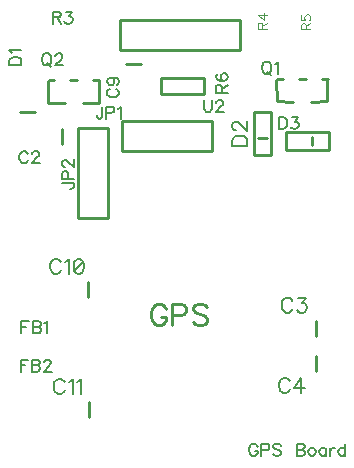
<source format=gbr>
G04 DipTrace 2.2.0.9*
%INTopSilk.gbr*%
%MOMM*%
%ADD10C,0.25*%
%ADD57C,0.196*%
%ADD58C,0.157*%
%ADD59C,0.118*%
%ADD60C,0.275*%
%FSLAX53Y53*%
%SFA1B1*%
%OFA0B0*%
G04*
G71*
G90*
G75*
G01*
%LNTopSilk*%
%LPD*%
X36518Y22618D2*
D10*
Y21319D1*
X17298Y15738D2*
Y14438D1*
X17258Y25897D2*
Y24599D1*
X31667Y38119D2*
X32404D1*
X31311Y36646D2*
X32759D1*
Y40304D1*
X31311D1*
Y36646D1*
X12778Y40298D2*
X11478D1*
X15018Y38857D2*
Y37559D1*
X36558Y19658D2*
Y18358D1*
X15266Y41038D2*
X13869Y41064D1*
X13844Y42918D1*
X13920Y42969D2*
X14377D1*
X15749Y42994D2*
X16308D1*
X17705D2*
X18187D1*
X18162D2*
Y41064D1*
X16790Y41038D1*
X20439Y44358D2*
X21738D1*
X27768Y39518D2*
Y36978D1*
X20148D1*
Y39518D2*
Y36978D1*
X27768Y39518D2*
X20148D1*
X16418Y38968D2*
X18958D1*
Y31348D1*
X16418D2*
X18958D1*
X16418Y38968D2*
Y31348D1*
X36217Y37467D2*
Y38204D1*
X34032Y38559D2*
X37690D1*
Y37111D1*
X34032D1*
Y38559D1*
X34626Y41158D2*
X33229Y41184D1*
X33204Y43038D1*
X33280Y43089D2*
X33737D1*
X35109Y43114D2*
X35668D1*
X37065D2*
X37547D1*
X37522D2*
Y41184D1*
X36150Y41158D1*
X30091Y45564D2*
Y48104D1*
X19931Y45564D2*
X30091D1*
X19931Y48104D2*
X30091D1*
X19931Y45564D2*
Y48104D1*
X23424Y43177D2*
X27107D1*
Y41805D1*
X23424D1*
Y43177D1*
X34552Y24275D2*
D57*
X34492Y24395D1*
D2*
X34370Y24518D1*
D2*
X34249Y24578D1*
D2*
X34006D1*
D2*
X33884Y24518D1*
D2*
X33763Y24395D1*
D2*
X33701Y24275D1*
D2*
X33641Y24092D1*
D2*
Y23788D1*
D2*
X33701Y23606D1*
D2*
X33763Y23484D1*
D2*
X33884Y23364D1*
D2*
X34006Y23302D1*
D2*
X34249D1*
D2*
X34370Y23364D1*
D2*
X34492Y23484D1*
D2*
X34552Y23606D1*
X35066Y24576D2*
X35733D1*
D2*
X35370Y24091D1*
D2*
X35552D1*
D2*
X35673Y24030D1*
D2*
X35733Y23970D1*
D2*
X35795Y23788D1*
D2*
Y23667D1*
D2*
X35733Y23484D1*
D2*
X35612Y23362D1*
D2*
X35430Y23302D1*
D2*
X35247D1*
D2*
X35066Y23362D1*
D2*
X35006Y23424D1*
D2*
X34944Y23545D1*
X15257Y17395D2*
X15197Y17515D1*
D2*
X15074Y17638D1*
D2*
X14954Y17698D1*
D2*
X14711D1*
D2*
X14589Y17638D1*
D2*
X14468Y17515D1*
D2*
X14406Y17395D1*
D2*
X14346Y17212D1*
D2*
Y16908D1*
D2*
X14406Y16726D1*
D2*
X14468Y16604D1*
D2*
X14589Y16484D1*
D2*
X14711Y16422D1*
D2*
X14954D1*
D2*
X15074Y16484D1*
D2*
X15197Y16604D1*
D2*
X15257Y16726D1*
X15649Y17454D2*
X15771Y17515D1*
D2*
X15954Y17696D1*
D2*
Y16422D1*
X16346Y17454D2*
X16468Y17515D1*
D2*
X16650Y17696D1*
D2*
Y16422D1*
X14944Y27555D2*
X14883Y27675D1*
D2*
X14761Y27798D1*
D2*
X14641Y27858D1*
D2*
X14398D1*
D2*
X14276Y27798D1*
D2*
X14155Y27675D1*
D2*
X14093Y27555D1*
D2*
X14033Y27372D1*
D2*
Y27068D1*
D2*
X14093Y26886D1*
D2*
X14155Y26764D1*
D2*
X14276Y26644D1*
D2*
X14398Y26582D1*
D2*
X14641D1*
D2*
X14761Y26644D1*
D2*
X14883Y26764D1*
D2*
X14944Y26886D1*
X15336Y27614D2*
X15458Y27675D1*
D2*
X15641Y27856D1*
D2*
Y26582D1*
X16398Y27856D2*
X16215Y27796D1*
D2*
X16093Y27614D1*
D2*
X16033Y27310D1*
D2*
Y27128D1*
D2*
X16093Y26825D1*
D2*
X16215Y26642D1*
D2*
X16398Y26582D1*
D2*
X16519D1*
D2*
X16701Y26642D1*
D2*
X16822Y26825D1*
D2*
X16884Y27128D1*
D2*
Y27310D1*
D2*
X16822Y27614D1*
D2*
X16701Y27796D1*
D2*
X16519Y27856D1*
D2*
X16398D1*
X16822Y27614D2*
X16093Y26825D1*
X29452Y37428D2*
X30728D1*
D2*
Y37853D1*
D2*
X30666Y38036D1*
D2*
X30545Y38158D1*
D2*
X30423Y38218D1*
D2*
X30242Y38279D1*
D2*
X29937D1*
D2*
X29755Y38218D1*
D2*
X29634Y38158D1*
D2*
X29512Y38036D1*
D2*
X29452Y37853D1*
D2*
Y37428D1*
X29756Y38733D2*
X29696D1*
D2*
X29574Y38793D1*
D2*
X29513Y38853D1*
D2*
X29453Y38976D1*
D2*
Y39218D1*
D2*
X29513Y39339D1*
D2*
X29574Y39399D1*
D2*
X29696Y39461D1*
D2*
X29817D1*
D2*
X29939Y39399D1*
D2*
X30120Y39279D1*
D2*
X30728Y38671D1*
D2*
Y39522D1*
X14260Y48293D2*
D58*
X14697D1*
D2*
X14843Y48343D1*
D2*
X14893Y48391D1*
D2*
X14941Y48487D1*
D2*
Y48585D1*
D2*
X14893Y48682D1*
D2*
X14843Y48731D1*
D2*
X14697Y48779D1*
D2*
X14260D1*
D2*
Y47759D1*
X14601Y48293D2*
X14941Y47759D1*
X15352Y48778D2*
X15886D1*
D2*
X15595Y48390D1*
D2*
X15741D1*
D2*
X15838Y48341D1*
D2*
X15886Y48293D1*
D2*
X15935Y48147D1*
D2*
Y48051D1*
D2*
X15886Y47905D1*
D2*
X15789Y47807D1*
D2*
X15643Y47759D1*
D2*
X15497D1*
D2*
X15352Y47807D1*
D2*
X15304Y47856D1*
D2*
X15255Y47953D1*
X10588Y44259D2*
X11609D1*
D2*
Y44599D1*
D2*
X11559Y44745D1*
D2*
X11463Y44843D1*
D2*
X11365Y44891D1*
D2*
X11220Y44939D1*
D2*
X10976D1*
D2*
X10830Y44891D1*
D2*
X10734Y44843D1*
D2*
X10636Y44745D1*
D2*
X10588Y44599D1*
D2*
Y44259D1*
X10783Y45253D2*
X10734Y45351D1*
D2*
X10589Y45497D1*
D2*
X11609D1*
X12169Y36727D2*
X12121Y36823D1*
D2*
X12023Y36921D1*
D2*
X11927Y36969D1*
D2*
X11732D1*
D2*
X11635Y36921D1*
D2*
X11538Y36823D1*
D2*
X11489Y36727D1*
D2*
X11440Y36581D1*
D2*
Y36337D1*
D2*
X11489Y36192D1*
D2*
X11538Y36095D1*
D2*
X11635Y35998D1*
D2*
X11732Y35949D1*
D2*
X11927D1*
D2*
X12023Y35998D1*
D2*
X12121Y36095D1*
D2*
X12169Y36192D1*
X12532Y36726D2*
Y36774D1*
D2*
X12581Y36872D1*
D2*
X12629Y36920D1*
D2*
X12727Y36968D1*
D2*
X12921D1*
D2*
X13018Y36920D1*
D2*
X13066Y36872D1*
D2*
X13115Y36774D1*
D2*
Y36677D1*
D2*
X13066Y36580D1*
D2*
X12969Y36435D1*
D2*
X12483Y35949D1*
D2*
X13164D1*
X12173Y19329D2*
X11540D1*
D2*
Y18309D1*
Y18843D2*
X11929D1*
X12486Y19329D2*
Y18309D1*
D2*
X12924D1*
D2*
X13070Y18358D1*
D2*
X13119Y18406D1*
D2*
X13167Y18503D1*
D2*
Y18649D1*
D2*
X13119Y18747D1*
D2*
X13070Y18795D1*
D2*
X12924Y18843D1*
D2*
X13070Y18893D1*
D2*
X13119Y18941D1*
D2*
X13167Y19037D1*
D2*
Y19135D1*
D2*
X13119Y19232D1*
D2*
X13070Y19281D1*
D2*
X12924Y19329D1*
D2*
X12486D1*
Y18843D2*
X12924D1*
X13530Y19086D2*
Y19134D1*
D2*
X13578Y19232D1*
D2*
X13627Y19280D1*
D2*
X13724Y19328D1*
D2*
X13919D1*
D2*
X14015Y19280D1*
D2*
X14064Y19232D1*
D2*
X14113Y19134D1*
D2*
Y19037D1*
D2*
X14064Y18940D1*
D2*
X13967Y18795D1*
D2*
X13481Y18309D1*
D2*
X14161D1*
X12243Y22579D2*
X11610D1*
D2*
Y21559D1*
Y22093D2*
X11999D1*
X12556Y22579D2*
Y21559D1*
D2*
X12994D1*
D2*
X13140Y21608D1*
D2*
X13189Y21656D1*
D2*
X13237Y21753D1*
D2*
Y21899D1*
D2*
X13189Y21997D1*
D2*
X13140Y22045D1*
D2*
X12994Y22093D1*
D2*
X13140Y22143D1*
D2*
X13189Y22191D1*
D2*
X13237Y22287D1*
D2*
Y22385D1*
D2*
X13189Y22482D1*
D2*
X13140Y22531D1*
D2*
X12994Y22579D1*
D2*
X12556D1*
Y22093D2*
X12994D1*
X13551Y22384D2*
X13648Y22433D1*
D2*
X13794Y22578D1*
D2*
Y21559D1*
X34321Y17480D2*
D57*
X34261Y17601D1*
D2*
X34139Y17723D1*
D2*
X34018Y17783D1*
D2*
X33775D1*
D2*
X33653Y17723D1*
D2*
X33532Y17601D1*
D2*
X33470Y17480D1*
D2*
X33410Y17298D1*
D2*
Y16993D1*
D2*
X33470Y16812D1*
D2*
X33532Y16690D1*
D2*
X33653Y16569D1*
D2*
X33775Y16507D1*
D2*
X34018D1*
D2*
X34139Y16569D1*
D2*
X34261Y16690D1*
D2*
X34321Y16812D1*
X35321Y16507D2*
Y17782D1*
D2*
X34713Y16933D1*
D2*
X35624D1*
X35675Y47293D2*
D59*
Y47620D1*
D2*
X35638Y47730D1*
D2*
X35602Y47767D1*
D2*
X35529Y47803D1*
D2*
X35456D1*
D2*
X35383Y47767D1*
D2*
X35346Y47730D1*
D2*
X35310Y47620D1*
D2*
Y47293D1*
D2*
X36076D1*
X35675Y47548D2*
X36076Y47803D1*
X35311Y48476D2*
Y48112D1*
D2*
X35639Y48076D1*
D2*
X35602Y48112D1*
D2*
X35565Y48221D1*
D2*
Y48330D1*
D2*
X35602Y48439D1*
D2*
X35675Y48513D1*
D2*
X35784Y48549D1*
D2*
X35857D1*
D2*
X35966Y48513D1*
D2*
X36040Y48439D1*
D2*
X36076Y48330D1*
D2*
Y48221D1*
D2*
X36040Y48112D1*
D2*
X36002Y48076D1*
D2*
X35930Y48038D1*
X31983Y47351D2*
Y47678D1*
D2*
X31946Y47788D1*
D2*
X31910Y47825D1*
D2*
X31837Y47861D1*
D2*
X31764D1*
D2*
X31691Y47825D1*
D2*
X31654Y47788D1*
D2*
X31618Y47678D1*
D2*
Y47351D1*
D2*
X32384D1*
X31983Y47606D2*
X32384Y47861D1*
Y48461D2*
X31619D1*
D2*
X32129Y48096D1*
D2*
Y48643D1*
X13642Y45249D2*
D58*
X13546Y45202D1*
D2*
X13448Y45105D1*
D2*
X13400Y45007D1*
D2*
X13350Y44861D1*
D2*
Y44618D1*
D2*
X13400Y44472D1*
D2*
X13448Y44376D1*
D2*
X13546Y44278D1*
D2*
X13642Y44230D1*
D2*
X13837D1*
D2*
X13934Y44278D1*
D2*
X14031Y44376D1*
D2*
X14079Y44472D1*
D2*
X14129Y44618D1*
D2*
Y44861D1*
D2*
X14079Y45007D1*
D2*
X14031Y45105D1*
D2*
X13934Y45202D1*
D2*
X13837Y45249D1*
D2*
X13642D1*
X13788Y44424D2*
X14079Y44132D1*
X14492Y45006D2*
Y45054D1*
D2*
X14540Y45152D1*
D2*
X14588Y45200D1*
D2*
X14686Y45248D1*
D2*
X14880D1*
D2*
X14977Y45200D1*
D2*
X15025Y45152D1*
D2*
X15075Y45054D1*
D2*
Y44957D1*
D2*
X15025Y44860D1*
D2*
X14929Y44715D1*
D2*
X14442Y44229D1*
D2*
X15123D1*
X19089Y42249D2*
X18992Y42201D1*
D2*
X18894Y42103D1*
D2*
X18846Y42007D1*
D2*
Y41812D1*
D2*
X18894Y41715D1*
D2*
X18992Y41618D1*
D2*
X19089Y41569D1*
D2*
X19235Y41520D1*
D2*
X19478D1*
D2*
X19623Y41569D1*
D2*
X19721Y41618D1*
D2*
X19818Y41715D1*
D2*
X19867Y41812D1*
D2*
Y42007D1*
D2*
X19818Y42103D1*
D2*
X19721Y42201D1*
D2*
X19623Y42249D1*
X19186Y43195D2*
X19332Y43146D1*
D2*
X19430Y43049D1*
D2*
X19478Y42903D1*
D2*
Y42855D1*
D2*
X19430Y42709D1*
D2*
X19332Y42612D1*
D2*
X19186Y42563D1*
D2*
X19138D1*
D2*
X18992Y42612D1*
D2*
X18896Y42709D1*
D2*
X18847Y42855D1*
D2*
Y42903D1*
D2*
X18896Y43049D1*
D2*
X18992Y43146D1*
D2*
X19186Y43195D1*
D2*
X19430D1*
D2*
X19673Y43146D1*
D2*
X19819Y43049D1*
D2*
X19867Y42903D1*
D2*
Y42807D1*
D2*
X19819Y42661D1*
D2*
X19721Y42612D1*
X28562Y41930D2*
Y42367D1*
D2*
X28513Y42513D1*
D2*
X28465Y42563D1*
D2*
X28368Y42611D1*
D2*
X28270D1*
D2*
X28174Y42563D1*
D2*
X28124Y42513D1*
D2*
X28076Y42367D1*
D2*
Y41930D1*
D2*
X29097D1*
X28562Y42271D2*
X29097Y42611D1*
X28222Y43508D2*
X28126Y43459D1*
D2*
X28077Y43313D1*
D2*
Y43217D1*
D2*
X28126Y43071D1*
D2*
X28272Y42973D1*
D2*
X28514Y42925D1*
D2*
X28757D1*
D2*
X28951Y42973D1*
D2*
X29049Y43071D1*
D2*
X29097Y43217D1*
D2*
Y43265D1*
D2*
X29049Y43410D1*
D2*
X28951Y43508D1*
D2*
X28805Y43556D1*
D2*
X28757D1*
D2*
X28611Y43508D1*
D2*
X28514Y43410D1*
D2*
X28466Y43265D1*
D2*
Y43217D1*
D2*
X28514Y43071D1*
D2*
X28611Y42973D1*
D2*
X28757Y42925D1*
X18467Y40749D2*
Y39972D1*
D2*
X18418Y39826D1*
D2*
X18369Y39778D1*
D2*
X18272Y39729D1*
D2*
X18175D1*
D2*
X18078Y39778D1*
D2*
X18030Y39826D1*
D2*
X17980Y39972D1*
D2*
Y40069D1*
X18780Y40215D2*
X19218D1*
D2*
X19363Y40263D1*
D2*
X19413Y40313D1*
D2*
X19461Y40409D1*
D2*
Y40555D1*
D2*
X19413Y40652D1*
D2*
X19363Y40701D1*
D2*
X19218Y40749D1*
D2*
X18780D1*
D2*
Y39729D1*
X19775Y40554D2*
X19872Y40603D1*
D2*
X20018Y40748D1*
D2*
Y39729D1*
X15056Y34287D2*
X15833D1*
D2*
X15979Y34238D1*
D2*
X16028Y34189D1*
D2*
X16077Y34092D1*
D2*
Y33995D1*
D2*
X16028Y33898D1*
D2*
X15979Y33850D1*
D2*
X15833Y33800D1*
D2*
X15737D1*
X15591Y34600D2*
Y35038D1*
D2*
X15542Y35183D1*
D2*
X15493Y35233D1*
D2*
X15396Y35281D1*
D2*
X15250D1*
D2*
X15154Y35233D1*
D2*
X15104Y35183D1*
D2*
X15056Y35038D1*
D2*
Y34600D1*
D2*
X16077D1*
X15300Y35644D2*
X15252D1*
D2*
X15154Y35692D1*
D2*
X15106Y35741D1*
D2*
X15057Y35838D1*
D2*
Y36033D1*
D2*
X15106Y36129D1*
D2*
X15154Y36178D1*
D2*
X15252Y36227D1*
D2*
X15348D1*
D2*
X15446Y36178D1*
D2*
X15591Y36081D1*
D2*
X16077Y35595D1*
D2*
Y36275D1*
X33430Y39869D2*
Y38849D1*
D2*
X33771D1*
D2*
X33917Y38898D1*
D2*
X34014Y38995D1*
D2*
X34063Y39092D1*
D2*
X34111Y39237D1*
D2*
Y39481D1*
D2*
X34063Y39627D1*
D2*
X34014Y39723D1*
D2*
X33917Y39821D1*
D2*
X33771Y39869D1*
D2*
X33430D1*
X34522Y39868D2*
X35056D1*
D2*
X34765Y39480D1*
D2*
X34911D1*
D2*
X35008Y39431D1*
D2*
X35056Y39383D1*
D2*
X35105Y39237D1*
D2*
Y39141D1*
D2*
X35056Y38995D1*
D2*
X34959Y38897D1*
D2*
X34813Y38849D1*
D2*
X34667D1*
D2*
X34522Y38897D1*
D2*
X34474Y38946D1*
D2*
X34425Y39043D1*
X32272Y44539D2*
X32176Y44492D1*
D2*
X32078Y44395D1*
D2*
X32030Y44297D1*
D2*
X31980Y44151D1*
D2*
Y43908D1*
D2*
X32030Y43762D1*
D2*
X32078Y43666D1*
D2*
X32176Y43568D1*
D2*
X32272Y43520D1*
D2*
X32467D1*
D2*
X32564Y43568D1*
D2*
X32661Y43666D1*
D2*
X32709Y43762D1*
D2*
X32759Y43908D1*
D2*
Y44151D1*
D2*
X32709Y44297D1*
D2*
X32661Y44395D1*
D2*
X32564Y44492D1*
D2*
X32467Y44539D1*
D2*
X32272D1*
X32418Y43714D2*
X32709Y43422D1*
X33072Y44344D2*
X33170Y44393D1*
D2*
X33316Y44538D1*
D2*
Y43519D1*
X27060Y41299D2*
Y40571D1*
D2*
X27109Y40425D1*
D2*
X27206Y40328D1*
D2*
X27352Y40279D1*
D2*
X27449D1*
D2*
X27595Y40328D1*
D2*
X27693Y40425D1*
D2*
X27741Y40571D1*
D2*
Y41299D1*
X28104Y41056D2*
Y41104D1*
D2*
X28152Y41202D1*
D2*
X28201Y41250D1*
D2*
X28298Y41298D1*
D2*
X28493D1*
D2*
X28589Y41250D1*
D2*
X28638Y41202D1*
D2*
X28687Y41104D1*
D2*
Y41007D1*
D2*
X28638Y40910D1*
D2*
X28541Y40765D1*
D2*
X28055Y40279D1*
D2*
X28735D1*
X23835Y23596D2*
D60*
X23750Y23766D1*
D2*
X23579Y23937D1*
D2*
X23410Y24021D1*
D2*
X23070D1*
D2*
X22899Y23937D1*
D2*
X22730Y23766D1*
D2*
X22644Y23596D1*
D2*
X22559Y23341D1*
D2*
Y22915D1*
D2*
X22644Y22661D1*
D2*
X22730Y22490D1*
D2*
X22899Y22321D1*
D2*
X23070Y22234D1*
D2*
X23410D1*
D2*
X23579Y22321D1*
D2*
X23750Y22490D1*
D2*
X23835Y22661D1*
D2*
Y22915D1*
D2*
X23410D1*
X24384Y23085D2*
X25150D1*
D2*
X25404Y23170D1*
D2*
X25490Y23256D1*
D2*
X25575Y23426D1*
D2*
Y23681D1*
D2*
X25490Y23850D1*
D2*
X25404Y23937D1*
D2*
X25150Y24021D1*
D2*
X24384D1*
D2*
Y22234D1*
X27315Y23766D2*
X27146Y23937D1*
D2*
X26890Y24021D1*
D2*
X26550D1*
D2*
X26295Y23937D1*
D2*
X26124Y23766D1*
D2*
Y23596D1*
D2*
X26210Y23426D1*
D2*
X26295Y23341D1*
D2*
X26464Y23256D1*
D2*
X26975Y23085D1*
D2*
X27146Y23001D1*
D2*
X27230Y22915D1*
D2*
X27315Y22745D1*
D2*
Y22490D1*
D2*
X27146Y22321D1*
D2*
X26890Y22234D1*
D2*
X26550D1*
D2*
X26295Y22321D1*
D2*
X26124Y22490D1*
X31609Y11947D2*
D58*
X31561Y12043D1*
D2*
X31463Y12141D1*
D2*
X31367Y12189D1*
D2*
X31172D1*
D2*
X31075Y12141D1*
D2*
X30978Y12043D1*
D2*
X30929Y11947D1*
D2*
X30880Y11801D1*
D2*
Y11557D1*
D2*
X30929Y11412D1*
D2*
X30978Y11315D1*
D2*
X31075Y11218D1*
D2*
X31172Y11169D1*
D2*
X31367D1*
D2*
X31463Y11218D1*
D2*
X31561Y11315D1*
D2*
X31609Y11412D1*
D2*
Y11557D1*
D2*
X31367D1*
X31923Y11655D2*
X32361D1*
D2*
X32506Y11703D1*
D2*
X32555Y11753D1*
D2*
X32604Y11849D1*
D2*
Y11995D1*
D2*
X32555Y12092D1*
D2*
X32506Y12141D1*
D2*
X32361Y12189D1*
D2*
X31923D1*
D2*
Y11169D1*
X33598Y12043D2*
X33501Y12141D1*
D2*
X33355Y12189D1*
D2*
X33161D1*
D2*
X33015Y12141D1*
D2*
X32917Y12043D1*
D2*
Y11947D1*
D2*
X32967Y11849D1*
D2*
X33015Y11801D1*
D2*
X33112Y11753D1*
D2*
X33404Y11655D1*
D2*
X33501Y11607D1*
D2*
X33550Y11557D1*
D2*
X33598Y11461D1*
D2*
Y11315D1*
D2*
X33501Y11218D1*
D2*
X33355Y11169D1*
D2*
X33161D1*
D2*
X33015Y11218D1*
D2*
X32917Y11315D1*
X34899Y12189D2*
Y11169D1*
D2*
X35337D1*
D2*
X35483Y11218D1*
D2*
X35531Y11266D1*
D2*
X35580Y11363D1*
D2*
Y11509D1*
D2*
X35531Y11607D1*
D2*
X35483Y11655D1*
D2*
X35337Y11703D1*
D2*
X35483Y11753D1*
D2*
X35531Y11801D1*
D2*
X35580Y11897D1*
D2*
Y11995D1*
D2*
X35531Y12092D1*
D2*
X35483Y12141D1*
D2*
X35337Y12189D1*
D2*
X34899D1*
Y11703D2*
X35337D1*
X36136Y11849D2*
X36039Y11801D1*
D2*
X35942Y11703D1*
D2*
X35893Y11557D1*
D2*
Y11461D1*
D2*
X35942Y11315D1*
D2*
X36039Y11218D1*
D2*
X36136Y11169D1*
D2*
X36282D1*
D2*
X36380Y11218D1*
D2*
X36476Y11315D1*
D2*
X36526Y11461D1*
D2*
Y11557D1*
D2*
X36476Y11703D1*
D2*
X36380Y11801D1*
D2*
X36282Y11849D1*
D2*
X36136D1*
X37422D2*
Y11169D1*
Y11703D2*
X37326Y11801D1*
D2*
X37228Y11849D1*
D2*
X37083D1*
D2*
X36985Y11801D1*
D2*
X36889Y11703D1*
D2*
X36839Y11557D1*
D2*
Y11461D1*
D2*
X36889Y11315D1*
D2*
X36985Y11218D1*
D2*
X37083Y11169D1*
D2*
X37228D1*
D2*
X37326Y11218D1*
D2*
X37422Y11315D1*
X37736Y11849D2*
Y11169D1*
Y11557D2*
X37786Y11703D1*
D2*
X37882Y11801D1*
D2*
X37980Y11849D1*
D2*
X38126D1*
X39022Y12189D2*
Y11169D1*
Y11703D2*
X38926Y11801D1*
D2*
X38828Y11849D1*
D2*
X38682D1*
D2*
X38586Y11801D1*
D2*
X38488Y11703D1*
D2*
X38440Y11557D1*
D2*
Y11461D1*
D2*
X38488Y11315D1*
D2*
X38586Y11218D1*
D2*
X38682Y11169D1*
D2*
X38828D1*
D2*
X38926Y11218D1*
D2*
X39022Y11315D1*
M02*

</source>
